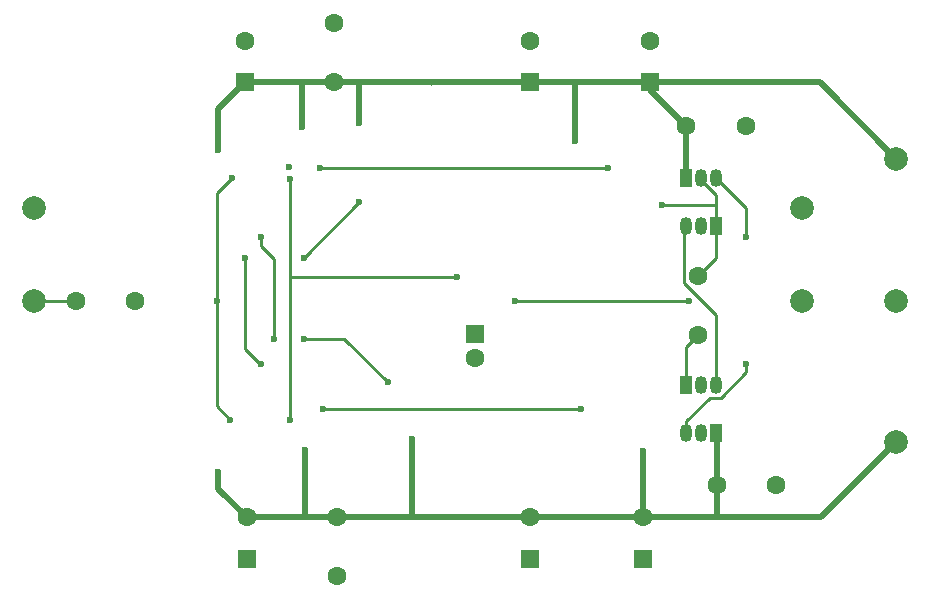
<source format=gbr>
G04 #@! TF.GenerationSoftware,KiCad,Pcbnew,(5.1.9-0-10_14)*
G04 #@! TF.CreationDate,2021-02-13T11:14:36+01:00*
G04 #@! TF.ProjectId,pre-amp-discret,7072652d-616d-4702-9d64-697363726574,rev?*
G04 #@! TF.SameCoordinates,Original*
G04 #@! TF.FileFunction,Copper,L2,Bot*
G04 #@! TF.FilePolarity,Positive*
%FSLAX46Y46*%
G04 Gerber Fmt 4.6, Leading zero omitted, Abs format (unit mm)*
G04 Created by KiCad (PCBNEW (5.1.9-0-10_14)) date 2021-02-13 11:14:36*
%MOMM*%
%LPD*%
G01*
G04 APERTURE LIST*
G04 #@! TA.AperFunction,ComponentPad*
%ADD10C,1.600000*%
G04 #@! TD*
G04 #@! TA.AperFunction,ComponentPad*
%ADD11R,1.050000X1.500000*%
G04 #@! TD*
G04 #@! TA.AperFunction,ComponentPad*
%ADD12O,1.050000X1.500000*%
G04 #@! TD*
G04 #@! TA.AperFunction,ComponentPad*
%ADD13R,1.600000X1.600000*%
G04 #@! TD*
G04 #@! TA.AperFunction,ComponentPad*
%ADD14C,2.000000*%
G04 #@! TD*
G04 #@! TA.AperFunction,ViaPad*
%ADD15C,0.600000*%
G04 #@! TD*
G04 #@! TA.AperFunction,Conductor*
%ADD16C,0.500000*%
G04 #@! TD*
G04 #@! TA.AperFunction,Conductor*
%ADD17C,0.250000*%
G04 #@! TD*
G04 APERTURE END LIST*
D10*
X180467000Y-107124500D03*
X185467000Y-107124500D03*
X181419500Y-119824500D03*
X181419500Y-124824500D03*
D11*
X183007000Y-133096000D03*
D12*
X180467000Y-133096000D03*
X181737000Y-133096000D03*
D11*
X180467000Y-111506000D03*
D12*
X183007000Y-111506000D03*
X181737000Y-111506000D03*
D11*
X180467000Y-129032000D03*
D12*
X183007000Y-129032000D03*
X181737000Y-129032000D03*
D11*
X183007000Y-115570000D03*
D12*
X180467000Y-115570000D03*
X181737000Y-115570000D03*
D10*
X177355500Y-99878000D03*
D13*
X177355500Y-103378000D03*
D10*
X167259000Y-140208000D03*
D13*
X167259000Y-143708000D03*
D10*
X167259000Y-99878000D03*
D13*
X167259000Y-103378000D03*
D10*
X162560000Y-126714000D03*
D13*
X162560000Y-124714000D03*
D10*
X143256000Y-140208000D03*
D13*
X143256000Y-143708000D03*
D10*
X143129000Y-99878000D03*
D13*
X143129000Y-103378000D03*
D10*
X176784000Y-140208000D03*
D13*
X176784000Y-143708000D03*
D10*
X150876000Y-145208000D03*
X150876000Y-140208000D03*
X150622000Y-103378000D03*
X150622000Y-98378000D03*
X188070500Y-137477500D03*
X183070500Y-137477500D03*
D14*
X190246000Y-114046000D03*
X190246000Y-121920000D03*
X198247000Y-121920000D03*
X125222000Y-121920000D03*
X198183500Y-133858000D03*
X125222000Y-114046000D03*
X198247000Y-109855000D03*
D10*
X128778000Y-121920000D03*
X133778000Y-121920000D03*
D15*
X171069000Y-108331000D03*
X152781000Y-106807000D03*
X147955000Y-107188000D03*
X140843000Y-109093000D03*
X176784000Y-134620000D03*
X157226000Y-133604000D03*
X148209000Y-134493000D03*
X140843000Y-136398000D03*
X146862800Y-131940300D03*
X146875500Y-111544100D03*
X161036000Y-119888000D03*
X180721000Y-121920000D03*
X165989000Y-121920000D03*
X144424400Y-116446300D03*
X155194000Y-128778000D03*
X148082000Y-125095000D03*
X145542000Y-125095000D03*
X144443200Y-127222500D03*
X152781000Y-113538000D03*
X148082000Y-118237000D03*
X143129000Y-118237000D03*
X178435000Y-113792000D03*
X171577000Y-131064000D03*
X149733000Y-131064000D03*
X185547000Y-116522500D03*
X146832400Y-110596600D03*
X149479000Y-110617000D03*
X173863000Y-110617000D03*
X185547000Y-127254000D03*
X141986000Y-111506000D03*
X141859000Y-131953000D03*
X140716000Y-121920000D03*
D16*
X191770000Y-103378000D02*
X198247000Y-109855000D01*
X177355500Y-103378000D02*
X191770000Y-103378000D01*
X177355500Y-104013000D02*
X180467000Y-107124500D01*
X177355500Y-103378000D02*
X177355500Y-104013000D01*
X180467000Y-107124500D02*
X180467000Y-111506000D01*
X167259000Y-103378000D02*
X158750000Y-103378000D01*
X171069000Y-103505000D02*
X170942000Y-103378000D01*
X171069000Y-108331000D02*
X171069000Y-103505000D01*
X170942000Y-103378000D02*
X167259000Y-103378000D01*
X177355500Y-103378000D02*
X170942000Y-103378000D01*
D17*
X158877000Y-103505000D02*
X158750000Y-103378000D01*
D16*
X143129000Y-103378000D02*
X143129000Y-103505000D01*
X152654000Y-103378000D02*
X150114000Y-103378000D01*
X152781000Y-103505000D02*
X152654000Y-103378000D01*
X152781000Y-106807000D02*
X152781000Y-103505000D01*
X158750000Y-103378000D02*
X152654000Y-103378000D01*
X147955000Y-107188000D02*
X147955000Y-103378000D01*
X147955000Y-103378000D02*
X143129000Y-103378000D01*
X150622000Y-103378000D02*
X147955000Y-103378000D01*
X140843000Y-105664000D02*
X143129000Y-103378000D01*
X140843000Y-109093000D02*
X140843000Y-105664000D01*
D17*
X125222000Y-121920000D02*
X128778000Y-121920000D01*
D16*
X191833500Y-140208000D02*
X198183500Y-133858000D01*
X183070500Y-133159500D02*
X183007000Y-133096000D01*
X183070500Y-137477500D02*
X183070500Y-133159500D01*
X183070500Y-137477500D02*
X183070500Y-140017500D01*
X183261000Y-140208000D02*
X191833500Y-140208000D01*
X183070500Y-140017500D02*
X183261000Y-140208000D01*
X176784000Y-140208000D02*
X183261000Y-140208000D01*
X176784000Y-140208000D02*
X167259000Y-140208000D01*
X176784000Y-140208000D02*
X176784000Y-134620000D01*
X160147000Y-140208000D02*
X167259000Y-140208000D01*
X157226000Y-133604000D02*
X157226000Y-140208000D01*
X157226000Y-140208000D02*
X150876000Y-140208000D01*
X160147000Y-140208000D02*
X157226000Y-140208000D01*
X148209000Y-140208000D02*
X143256000Y-140208000D01*
X148209000Y-134493000D02*
X148209000Y-140208000D01*
X150876000Y-140208000D02*
X148209000Y-140208000D01*
X140843000Y-137795000D02*
X143256000Y-140208000D01*
X140843000Y-136398000D02*
X140843000Y-137795000D01*
D17*
X146862800Y-111556800D02*
X146875500Y-111544100D01*
X161036000Y-119888000D02*
X146913600Y-119888000D01*
X146862800Y-119837200D02*
X146862800Y-111556800D01*
X146913600Y-119888000D02*
X146862800Y-119837200D01*
X146862800Y-131940300D02*
X146862800Y-119837200D01*
X180721000Y-121920000D02*
X170497500Y-121920000D01*
X170497500Y-121920000D02*
X165989000Y-121920000D01*
X144437100Y-116459000D02*
X144424400Y-116446300D01*
X144424400Y-116446300D02*
X144424400Y-117246400D01*
X144424400Y-117246400D02*
X145542000Y-118364000D01*
X145542000Y-118364000D02*
X145542000Y-125095000D01*
X151511000Y-125095000D02*
X148082000Y-125095000D01*
X155194000Y-128778000D02*
X151511000Y-125095000D01*
X144449800Y-127215900D02*
X144443200Y-127222500D01*
X144462500Y-127203200D02*
X144443200Y-127222500D01*
X144443200Y-127222500D02*
X144443200Y-127298200D01*
X144443200Y-127298200D02*
X143129000Y-125984000D01*
X143129000Y-125984000D02*
X143129000Y-118237000D01*
X152781000Y-113538000D02*
X148082000Y-118237000D01*
X183007000Y-118237000D02*
X183007000Y-115570000D01*
X181419500Y-119824500D02*
X183007000Y-118237000D01*
X181737000Y-111663095D02*
X181737000Y-111506000D01*
X183007000Y-112933095D02*
X181737000Y-111663095D01*
X183007000Y-113792000D02*
X178435000Y-113792000D01*
X183007000Y-115570000D02*
X183007000Y-113792000D01*
X183007000Y-113792000D02*
X183007000Y-112933095D01*
X180467000Y-125777000D02*
X180467000Y-129032000D01*
X181419500Y-124824500D02*
X180467000Y-125777000D01*
X171577000Y-131064000D02*
X149733000Y-131064000D01*
X183007000Y-123077002D02*
X180294499Y-120364501D01*
X180294499Y-115742501D02*
X180467000Y-115570000D01*
X180294499Y-120364501D02*
X180294499Y-115742501D01*
X183007000Y-129032000D02*
X183007000Y-123077002D01*
X185547000Y-114046000D02*
X185547000Y-116522500D01*
X183007000Y-111506000D02*
X185547000Y-114046000D01*
X146852800Y-110617000D02*
X146832400Y-110596600D01*
X149479000Y-110617000D02*
X173863000Y-110617000D01*
X185547000Y-127919095D02*
X185547000Y-127254000D01*
X182455990Y-130107010D02*
X183359085Y-130107010D01*
X180467000Y-132096000D02*
X182455990Y-130107010D01*
X183359085Y-130107010D02*
X185547000Y-127919095D01*
X180467000Y-133096000D02*
X180467000Y-132096000D01*
X140716000Y-112776000D02*
X141986000Y-111506000D01*
X141859000Y-131953000D02*
X140716000Y-130810000D01*
X140716000Y-121920000D02*
X140716000Y-112776000D01*
X140716000Y-130810000D02*
X140716000Y-121920000D01*
M02*

</source>
